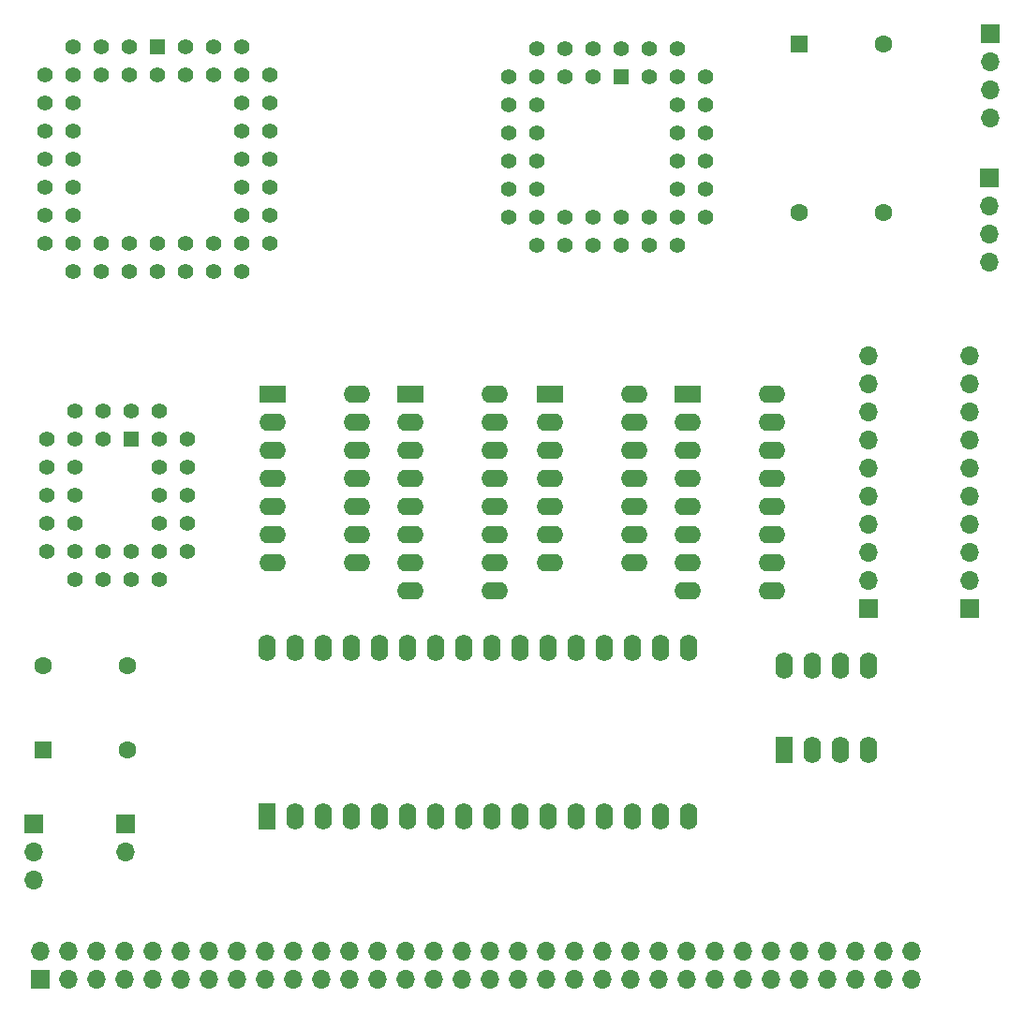
<source format=gbr>
%TF.GenerationSoftware,KiCad,Pcbnew,(6.0.2)*%
%TF.CreationDate,2022-05-05T17:12:40-07:00*%
%TF.ProjectId,Steve 68k,53746576-6520-4363-986b-2e6b69636164,rev?*%
%TF.SameCoordinates,Original*%
%TF.FileFunction,Soldermask,Bot*%
%TF.FilePolarity,Negative*%
%FSLAX46Y46*%
G04 Gerber Fmt 4.6, Leading zero omitted, Abs format (unit mm)*
G04 Created by KiCad (PCBNEW (6.0.2)) date 2022-05-05 17:12:40*
%MOMM*%
%LPD*%
G01*
G04 APERTURE LIST*
%ADD10R,1.600000X2.400000*%
%ADD11O,1.600000X2.400000*%
%ADD12R,1.422400X1.422400*%
%ADD13C,1.422400*%
%ADD14R,2.400000X1.600000*%
%ADD15O,2.400000X1.600000*%
%ADD16O,1.700000X1.700000*%
%ADD17R,1.700000X1.700000*%
%ADD18C,1.600000*%
%ADD19R,1.600000X1.600000*%
G04 APERTURE END LIST*
D10*
%TO.C,U7*%
X91948000Y-114203400D03*
D11*
X94488000Y-114203400D03*
X97028000Y-114203400D03*
X99568000Y-114203400D03*
X102108000Y-114203400D03*
X104648000Y-114203400D03*
X107188000Y-114203400D03*
X109728000Y-114203400D03*
X112268000Y-114203400D03*
X114808000Y-114203400D03*
X117348000Y-114203400D03*
X119888000Y-114203400D03*
X122428000Y-114203400D03*
X124968000Y-114203400D03*
X127508000Y-114203400D03*
X130048000Y-114203400D03*
X130048000Y-98963400D03*
X127508000Y-98963400D03*
X124968000Y-98963400D03*
X122428000Y-98963400D03*
X119888000Y-98963400D03*
X117348000Y-98963400D03*
X114808000Y-98963400D03*
X112268000Y-98963400D03*
X109728000Y-98963400D03*
X107188000Y-98963400D03*
X104648000Y-98963400D03*
X102108000Y-98963400D03*
X99568000Y-98963400D03*
X97028000Y-98963400D03*
X94488000Y-98963400D03*
X91948000Y-98963400D03*
%TD*%
D12*
%TO.C,U5*%
X123977400Y-47313200D03*
D13*
X121437400Y-44773200D03*
X121437400Y-47313200D03*
X118897400Y-44773200D03*
X118897400Y-47313200D03*
X116357400Y-44773200D03*
X113817400Y-47313200D03*
X116357400Y-47313200D03*
X113817400Y-49853200D03*
X116357400Y-49853200D03*
X113817400Y-52393200D03*
X116357400Y-52393200D03*
X113817400Y-54933200D03*
X116357400Y-54933200D03*
X113817400Y-57473200D03*
X116357400Y-57473200D03*
X113817400Y-60013200D03*
X116357400Y-62553200D03*
X116357400Y-60013200D03*
X118897400Y-62553200D03*
X118897400Y-60013200D03*
X121437400Y-62553200D03*
X121437400Y-60013200D03*
X123977400Y-62553200D03*
X123977400Y-60013200D03*
X126517400Y-62553200D03*
X126517400Y-60013200D03*
X129057400Y-62553200D03*
X131597400Y-60013200D03*
X129057400Y-60013200D03*
X131597400Y-57473200D03*
X129057400Y-57473200D03*
X131597400Y-54933200D03*
X129057400Y-54933200D03*
X131597400Y-52393200D03*
X129057400Y-52393200D03*
X131597400Y-49853200D03*
X129057400Y-49853200D03*
X131597400Y-47313200D03*
X129057400Y-44773200D03*
X129057400Y-47313200D03*
X126517400Y-44773200D03*
X126517400Y-47313200D03*
X123977400Y-44773200D03*
%TD*%
D14*
%TO.C,U3*%
X104886600Y-75991800D03*
D15*
X104886600Y-78531800D03*
X104886600Y-81071800D03*
X104886600Y-83611800D03*
X104886600Y-86151800D03*
X104886600Y-88691800D03*
X104886600Y-91231800D03*
X104886600Y-93771800D03*
X112506600Y-93771800D03*
X112506600Y-91231800D03*
X112506600Y-88691800D03*
X112506600Y-86151800D03*
X112506600Y-83611800D03*
X112506600Y-81071800D03*
X112506600Y-78531800D03*
X112506600Y-75991800D03*
%TD*%
D16*
%TO.C,J7*%
X157302200Y-51028600D03*
X157302200Y-48488600D03*
X157302200Y-45948600D03*
D17*
X157302200Y-43408600D03*
%TD*%
D13*
%TO.C,U2*%
X79655200Y-77571800D03*
X82195200Y-80111800D03*
X82195200Y-77571800D03*
X84735200Y-80111800D03*
X82195200Y-82651800D03*
X84735200Y-82651800D03*
X82195200Y-85191800D03*
X84735200Y-85191800D03*
X82195200Y-87731800D03*
X84735200Y-87731800D03*
X82195200Y-90271800D03*
X84735200Y-90271800D03*
X82195200Y-92811800D03*
X79655200Y-90271800D03*
X79655200Y-92811800D03*
X77115200Y-90271800D03*
X77115200Y-92811800D03*
X74575200Y-90271800D03*
X74575200Y-92811800D03*
X72035200Y-90271800D03*
X74575200Y-87731800D03*
X72035200Y-87731800D03*
X74575200Y-85191800D03*
X72035200Y-85191800D03*
X74575200Y-82651800D03*
X72035200Y-82651800D03*
X74575200Y-80111800D03*
X72035200Y-80111800D03*
X74575200Y-77571800D03*
X77115200Y-80111800D03*
X77115200Y-77571800D03*
D12*
X79655200Y-80111800D03*
%TD*%
%TO.C,IC1*%
X82092800Y-44653200D03*
D13*
X82092800Y-47193200D03*
X79552800Y-44653200D03*
X79552800Y-47193200D03*
X77012800Y-44653200D03*
X77012800Y-47193200D03*
X74472800Y-44653200D03*
X71932800Y-47193200D03*
X74472800Y-47193200D03*
X71932800Y-49733200D03*
X74472800Y-49733200D03*
X71932800Y-52273200D03*
X74472800Y-52273200D03*
X71932800Y-54813200D03*
X74472800Y-54813200D03*
X71932800Y-57353200D03*
X74472800Y-57353200D03*
X71932800Y-59893200D03*
X74472800Y-59893200D03*
X71932800Y-62433200D03*
X74472800Y-64973200D03*
X74472800Y-62433200D03*
X77012800Y-64973200D03*
X77012800Y-62433200D03*
X79552800Y-64973200D03*
X79552800Y-62433200D03*
X82092800Y-64973200D03*
X82092800Y-62433200D03*
X84632800Y-64973200D03*
X84632800Y-62433200D03*
X87172800Y-64973200D03*
X87172800Y-62433200D03*
X89712800Y-64973200D03*
X92252800Y-62433200D03*
X89712800Y-62433200D03*
X92252800Y-59893200D03*
X89712800Y-59893200D03*
X92252800Y-57353200D03*
X89712800Y-57353200D03*
X92252800Y-54813200D03*
X89712800Y-54813200D03*
X92252800Y-52273200D03*
X89712800Y-52273200D03*
X92252800Y-49733200D03*
X89712800Y-49733200D03*
X92252800Y-47193200D03*
X89712800Y-44653200D03*
X89712800Y-47193200D03*
X87172800Y-44653200D03*
X87172800Y-47193200D03*
X84632800Y-44653200D03*
X84632800Y-47193200D03*
%TD*%
D16*
%TO.C,J6*%
X146339400Y-72575200D03*
X146339400Y-75115200D03*
X146339400Y-77655200D03*
X146339400Y-80195200D03*
X146339400Y-82735200D03*
X146339400Y-85275200D03*
X146339400Y-87815200D03*
X146339400Y-90355200D03*
X146339400Y-92895200D03*
D17*
X146339400Y-95435200D03*
%TD*%
D16*
%TO.C,J5*%
X155432600Y-72575200D03*
X155432600Y-75115200D03*
X155432600Y-77655200D03*
X155432600Y-80195200D03*
X155432600Y-82735200D03*
X155432600Y-85275200D03*
X155432600Y-87815200D03*
X155432600Y-90355200D03*
X155432600Y-92895200D03*
D17*
X155432600Y-95435200D03*
%TD*%
D15*
%TO.C,U4*%
X125130400Y-75991800D03*
X125130400Y-78531800D03*
X125130400Y-81071800D03*
X125130400Y-83611800D03*
X125130400Y-86151800D03*
X125130400Y-88691800D03*
X125130400Y-91231800D03*
X117510400Y-91231800D03*
X117510400Y-88691800D03*
X117510400Y-86151800D03*
X117510400Y-83611800D03*
X117510400Y-81071800D03*
X117510400Y-78531800D03*
D14*
X117510400Y-75991800D03*
%TD*%
D17*
%TO.C,J4*%
X79146400Y-114884200D03*
D16*
X79146400Y-117424200D03*
%TD*%
D17*
%TO.C,J3*%
X70891400Y-114884200D03*
D16*
X70891400Y-117424200D03*
X70891400Y-119964200D03*
%TD*%
D11*
%TO.C,U8*%
X138694000Y-100599400D03*
X141234000Y-100599400D03*
X143774000Y-100599400D03*
X146314000Y-100599400D03*
X146314000Y-108219400D03*
X143774000Y-108219400D03*
X141234000Y-108219400D03*
D10*
X138694000Y-108219400D03*
%TD*%
D18*
%TO.C,X1*%
X71704200Y-100609400D03*
X79324200Y-100609400D03*
X79324200Y-108229400D03*
D19*
X71704200Y-108229400D03*
%TD*%
%TO.C,X2*%
X140030200Y-44393200D03*
D18*
X140030200Y-59633200D03*
X147650200Y-59633200D03*
X147650200Y-44393200D03*
%TD*%
D14*
%TO.C,U1*%
X92516800Y-75991800D03*
D15*
X92516800Y-78531800D03*
X92516800Y-81071800D03*
X92516800Y-83611800D03*
X92516800Y-86151800D03*
X92516800Y-88691800D03*
X92516800Y-91231800D03*
X100136800Y-91231800D03*
X100136800Y-88691800D03*
X100136800Y-86151800D03*
X100136800Y-83611800D03*
X100136800Y-81071800D03*
X100136800Y-78531800D03*
X100136800Y-75991800D03*
%TD*%
D14*
%TO.C,U6*%
X130007200Y-75991800D03*
D15*
X130007200Y-78531800D03*
X130007200Y-81071800D03*
X130007200Y-83611800D03*
X130007200Y-86151800D03*
X130007200Y-88691800D03*
X130007200Y-91231800D03*
X130007200Y-93771800D03*
X137627200Y-93771800D03*
X137627200Y-91231800D03*
X137627200Y-88691800D03*
X137627200Y-86151800D03*
X137627200Y-83611800D03*
X137627200Y-81071800D03*
X137627200Y-78531800D03*
X137627200Y-75991800D03*
%TD*%
D16*
%TO.C,J1*%
X157276800Y-64043400D03*
X157276800Y-61503400D03*
X157276800Y-58963400D03*
D17*
X157276800Y-56423400D03*
%TD*%
%TO.C,J2*%
X71501000Y-128955800D03*
D16*
X71501000Y-126415800D03*
X74041000Y-128955800D03*
X74041000Y-126415800D03*
X76581000Y-128955800D03*
X76581000Y-126415800D03*
X79121000Y-128955800D03*
X79121000Y-126415800D03*
X81661000Y-128955800D03*
X81661000Y-126415800D03*
X84201000Y-128955800D03*
X84201000Y-126415800D03*
X86741000Y-128955800D03*
X86741000Y-126415800D03*
X89281000Y-128955800D03*
X89281000Y-126415800D03*
X91821000Y-128955800D03*
X91821000Y-126415800D03*
X94361000Y-128955800D03*
X94361000Y-126415800D03*
X96901000Y-128955800D03*
X96901000Y-126415800D03*
X99441000Y-128955800D03*
X99441000Y-126415800D03*
X101981000Y-128955800D03*
X101981000Y-126415800D03*
X104521000Y-128955800D03*
X104521000Y-126415800D03*
X107061000Y-128955800D03*
X107061000Y-126415800D03*
X109601000Y-128955800D03*
X109601000Y-126415800D03*
X112141000Y-128955800D03*
X112141000Y-126415800D03*
X114681000Y-128955800D03*
X114681000Y-126415800D03*
X117221000Y-128955800D03*
X117221000Y-126415800D03*
X119761000Y-128955800D03*
X119761000Y-126415800D03*
X122301000Y-128955800D03*
X122301000Y-126415800D03*
X124841000Y-128955800D03*
X124841000Y-126415800D03*
X127381000Y-128955800D03*
X127381000Y-126415800D03*
X129921000Y-128955800D03*
X129921000Y-126415800D03*
X132461000Y-128955800D03*
X132461000Y-126415800D03*
X135001000Y-128955800D03*
X135001000Y-126415800D03*
X137541000Y-128955800D03*
X137541000Y-126415800D03*
X140081000Y-128955800D03*
X140081000Y-126415800D03*
X142621000Y-128955800D03*
X142621000Y-126415800D03*
X145161000Y-128955800D03*
X145161000Y-126415800D03*
X147701000Y-128955800D03*
X147701000Y-126415800D03*
X150241000Y-128955800D03*
X150241000Y-126415800D03*
%TD*%
M02*

</source>
